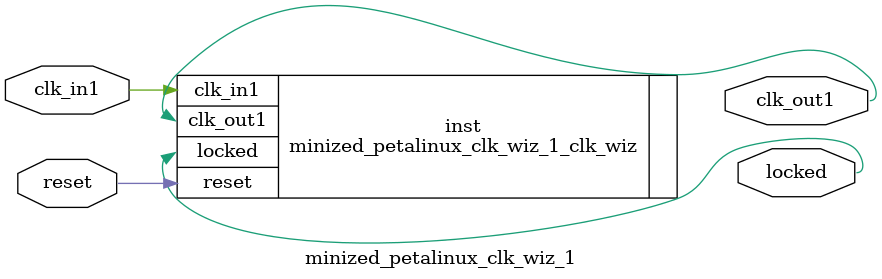
<source format=v>


`timescale 1ps/1ps

(* CORE_GENERATION_INFO = "minized_petalinux_clk_wiz_1,clk_wiz_v6_0_1_0_0,{component_name=minized_petalinux_clk_wiz_1,use_phase_alignment=true,use_min_o_jitter=false,use_max_i_jitter=false,use_dyn_phase_shift=false,use_inclk_switchover=false,use_dyn_reconfig=false,enable_axi=0,feedback_source=FDBK_AUTO,PRIMITIVE=MMCM,num_out_clk=1,clkin1_period=10.000,clkin2_period=10.000,use_power_down=false,use_reset=true,use_locked=true,use_inclk_stopped=false,feedback_type=SINGLE,CLOCK_MGR_TYPE=NA,manual_override=false}" *)

module minized_petalinux_clk_wiz_1 
 (
  // Clock out ports
  output        clk_out1,
  // Status and control signals
  input         reset,
  output        locked,
 // Clock in ports
  input         clk_in1
 );

  minized_petalinux_clk_wiz_1_clk_wiz inst
  (
  // Clock out ports  
  .clk_out1(clk_out1),
  // Status and control signals               
  .reset(reset), 
  .locked(locked),
 // Clock in ports
  .clk_in1(clk_in1)
  );

endmodule

</source>
